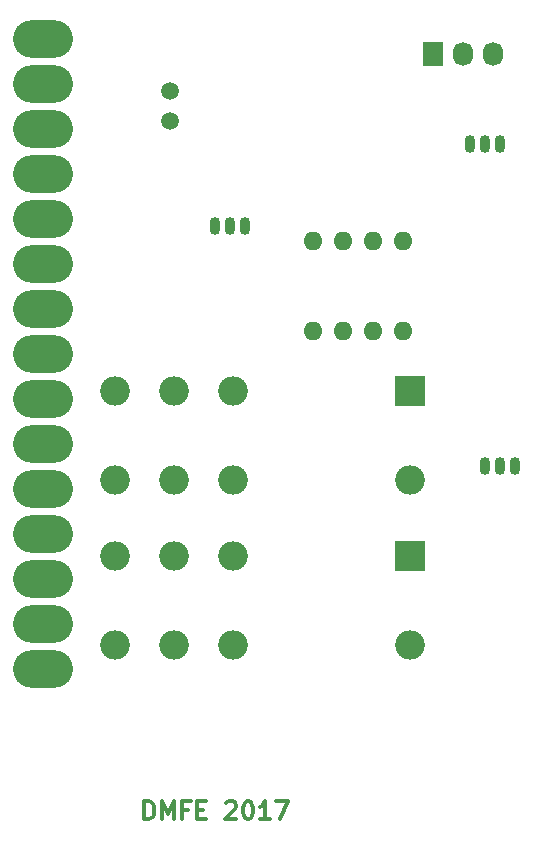
<source format=gbs>
G04 #@! TF.GenerationSoftware,KiCad,Pcbnew,(2017-08-02 revision 9760937)-master*
G04 #@! TF.CreationDate,2017-09-16T10:46:18-07:00*
G04 #@! TF.ProjectId,RCSMCtrl,5243534D4374726C2E6B696361645F70,NC*
G04 #@! TF.SameCoordinates,Original*
G04 #@! TF.FileFunction,Soldermask,Bot*
G04 #@! TF.FilePolarity,Negative*
%FSLAX46Y46*%
G04 Gerber Fmt 4.6, Leading zero omitted, Abs format (unit mm)*
G04 Created by KiCad (PCBNEW (2017-08-02 revision 9760937)-master) date Saturday, September 16, 2017 'AMt' 10:46:18 AM*
%MOMM*%
%LPD*%
G01*
G04 APERTURE LIST*
%ADD10C,0.300000*%
%ADD11R,2.500000X2.500000*%
%ADD12O,2.500000X2.500000*%
%ADD13O,5.080000X3.175000*%
%ADD14C,1.501140*%
%ADD15O,1.600000X1.600000*%
%ADD16R,1.727200X2.032000*%
%ADD17O,1.727200X2.032000*%
%ADD18O,0.899160X1.501140*%
G04 APERTURE END LIST*
D10*
X109570000Y-117518571D02*
X109570000Y-116018571D01*
X109927142Y-116018571D01*
X110141428Y-116090000D01*
X110284285Y-116232857D01*
X110355714Y-116375714D01*
X110427142Y-116661428D01*
X110427142Y-116875714D01*
X110355714Y-117161428D01*
X110284285Y-117304285D01*
X110141428Y-117447142D01*
X109927142Y-117518571D01*
X109570000Y-117518571D01*
X111070000Y-117518571D02*
X111070000Y-116018571D01*
X111570000Y-117090000D01*
X112070000Y-116018571D01*
X112070000Y-117518571D01*
X113284285Y-116732857D02*
X112784285Y-116732857D01*
X112784285Y-117518571D02*
X112784285Y-116018571D01*
X113498571Y-116018571D01*
X114070000Y-116732857D02*
X114570000Y-116732857D01*
X114784285Y-117518571D02*
X114070000Y-117518571D01*
X114070000Y-116018571D01*
X114784285Y-116018571D01*
X116498571Y-116161428D02*
X116570000Y-116090000D01*
X116712857Y-116018571D01*
X117070000Y-116018571D01*
X117212857Y-116090000D01*
X117284285Y-116161428D01*
X117355714Y-116304285D01*
X117355714Y-116447142D01*
X117284285Y-116661428D01*
X116427142Y-117518571D01*
X117355714Y-117518571D01*
X118284285Y-116018571D02*
X118427142Y-116018571D01*
X118570000Y-116090000D01*
X118641428Y-116161428D01*
X118712857Y-116304285D01*
X118784285Y-116590000D01*
X118784285Y-116947142D01*
X118712857Y-117232857D01*
X118641428Y-117375714D01*
X118570000Y-117447142D01*
X118427142Y-117518571D01*
X118284285Y-117518571D01*
X118141428Y-117447142D01*
X118070000Y-117375714D01*
X117998571Y-117232857D01*
X117927142Y-116947142D01*
X117927142Y-116590000D01*
X117998571Y-116304285D01*
X118070000Y-116161428D01*
X118141428Y-116090000D01*
X118284285Y-116018571D01*
X120212857Y-117518571D02*
X119355714Y-117518571D01*
X119784285Y-117518571D02*
X119784285Y-116018571D01*
X119641428Y-116232857D01*
X119498571Y-116375714D01*
X119355714Y-116447142D01*
X120712857Y-116018571D02*
X121712857Y-116018571D01*
X121070000Y-117518571D01*
D11*
X132080000Y-81280000D03*
D12*
X117080000Y-81280000D03*
X112080000Y-81280000D03*
X107080000Y-81280000D03*
X107080000Y-88780000D03*
X112080000Y-88780000D03*
X117080000Y-88780000D03*
X132080000Y-88780000D03*
D13*
X100965000Y-51435000D03*
X100965000Y-55245000D03*
X100965000Y-59055000D03*
X100965000Y-62865000D03*
X100965000Y-66675000D03*
X100965000Y-70485000D03*
X100965000Y-74295000D03*
X100965000Y-78105000D03*
X100965000Y-81915000D03*
X100965000Y-85725000D03*
X100965000Y-89535000D03*
X100965000Y-93345000D03*
X100965000Y-97155000D03*
X100965000Y-100965000D03*
X100965000Y-104775000D03*
D14*
X111760000Y-58420000D03*
X111760000Y-55880000D03*
D15*
X123825000Y-76200000D03*
X126365000Y-76200000D03*
X128905000Y-76200000D03*
X131445000Y-76200000D03*
X131445000Y-68580000D03*
X128905000Y-68580000D03*
X126365000Y-68580000D03*
X123825000Y-68580000D03*
D16*
X133985000Y-52705000D03*
D17*
X136525000Y-52705000D03*
X139065000Y-52705000D03*
D18*
X139700000Y-87630000D03*
X140970000Y-87630000D03*
X138430000Y-87630000D03*
X138430000Y-60325000D03*
X139700000Y-60325000D03*
X137160000Y-60325000D03*
X116840000Y-67310000D03*
X118110000Y-67310000D03*
X115570000Y-67310000D03*
D12*
X132080000Y-102750000D03*
X117080000Y-102750000D03*
X112080000Y-102750000D03*
X107080000Y-102750000D03*
X107080000Y-95250000D03*
X112080000Y-95250000D03*
X117080000Y-95250000D03*
D11*
X132080000Y-95250000D03*
M02*

</source>
